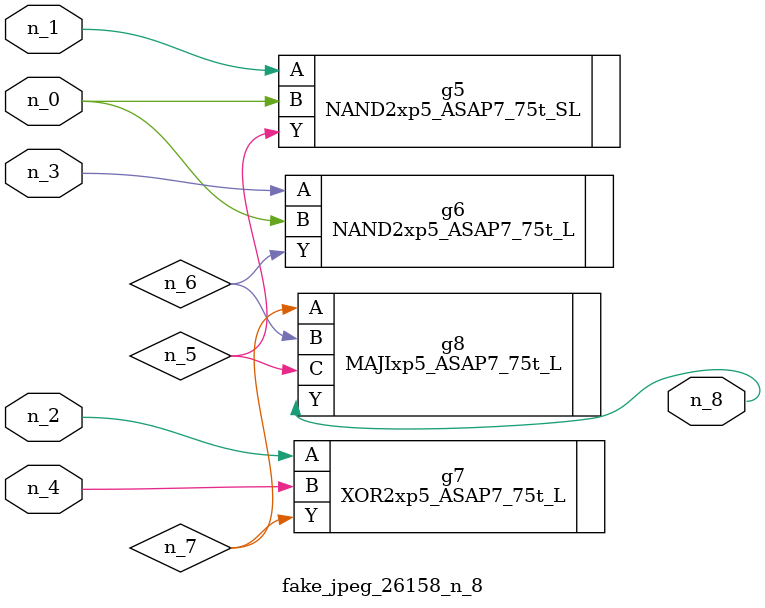
<source format=v>
module fake_jpeg_26158_n_8 (n_3, n_2, n_1, n_0, n_4, n_8);

input n_3;
input n_2;
input n_1;
input n_0;
input n_4;

output n_8;

wire n_6;
wire n_5;
wire n_7;

NAND2xp5_ASAP7_75t_SL g5 ( 
.A(n_1),
.B(n_0),
.Y(n_5)
);

NAND2xp5_ASAP7_75t_L g6 ( 
.A(n_3),
.B(n_0),
.Y(n_6)
);

XOR2xp5_ASAP7_75t_L g7 ( 
.A(n_2),
.B(n_4),
.Y(n_7)
);

MAJIxp5_ASAP7_75t_L g8 ( 
.A(n_7),
.B(n_6),
.C(n_5),
.Y(n_8)
);


endmodule
</source>
